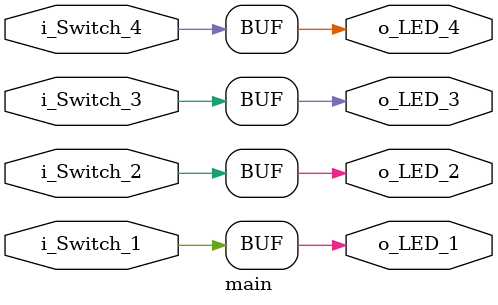
<source format=v>
module main
      (input i_Switch_1,  
   input i_Switch_2,
   input i_Switch_3,
   input i_Switch_4,
   output o_LED_1,
   output o_LED_2,
   output o_LED_3,
   output o_LED_4);
       
assign o_LED_1 = i_Switch_1;
assign o_LED_2 = i_Switch_2;
assign o_LED_3 = i_Switch_3;
assign o_LED_4 = i_Switch_4;
 
endmodule
</source>
